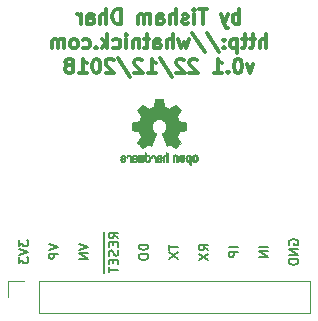
<source format=gbo>
G04 #@! TF.GenerationSoftware,KiCad,Pcbnew,(2018-02-15 revision 29b28de31)-makepkg*
G04 #@! TF.CreationDate,2018-12-22T18:26:04+03:00*
G04 #@! TF.ProjectId,CS5490_Breakout,4353353439305F427265616B6F75742E,rev?*
G04 #@! TF.SameCoordinates,Original*
G04 #@! TF.FileFunction,Legend,Bot*
G04 #@! TF.FilePolarity,Positive*
%FSLAX46Y46*%
G04 Gerber Fmt 4.6, Leading zero omitted, Abs format (unit mm)*
G04 Created by KiCad (PCBNEW (2018-02-15 revision 29b28de31)-makepkg) date 12/22/18 18:26:04*
%MOMM*%
%LPD*%
G01*
G04 APERTURE LIST*
%ADD10C,0.300000*%
%ADD11C,0.200000*%
%ADD12C,0.010000*%
%ADD13C,0.120000*%
G04 APERTURE END LIST*
D10*
X157930000Y-100042857D02*
X157930000Y-98842857D01*
X157930000Y-99300000D02*
X157815714Y-99242857D01*
X157587142Y-99242857D01*
X157472857Y-99300000D01*
X157415714Y-99357142D01*
X157358571Y-99471428D01*
X157358571Y-99814285D01*
X157415714Y-99928571D01*
X157472857Y-99985714D01*
X157587142Y-100042857D01*
X157815714Y-100042857D01*
X157930000Y-99985714D01*
X156958571Y-99242857D02*
X156672857Y-100042857D01*
X156387142Y-99242857D02*
X156672857Y-100042857D01*
X156787142Y-100328571D01*
X156844285Y-100385714D01*
X156958571Y-100442857D01*
X155187142Y-98842857D02*
X154501428Y-98842857D01*
X154844285Y-100042857D02*
X154844285Y-98842857D01*
X154101428Y-100042857D02*
X154101428Y-99242857D01*
X154101428Y-98842857D02*
X154158571Y-98900000D01*
X154101428Y-98957142D01*
X154044285Y-98900000D01*
X154101428Y-98842857D01*
X154101428Y-98957142D01*
X153587142Y-99985714D02*
X153472857Y-100042857D01*
X153244285Y-100042857D01*
X153130000Y-99985714D01*
X153072857Y-99871428D01*
X153072857Y-99814285D01*
X153130000Y-99700000D01*
X153244285Y-99642857D01*
X153415714Y-99642857D01*
X153530000Y-99585714D01*
X153587142Y-99471428D01*
X153587142Y-99414285D01*
X153530000Y-99300000D01*
X153415714Y-99242857D01*
X153244285Y-99242857D01*
X153130000Y-99300000D01*
X152558571Y-100042857D02*
X152558571Y-98842857D01*
X152044285Y-100042857D02*
X152044285Y-99414285D01*
X152101428Y-99300000D01*
X152215714Y-99242857D01*
X152387142Y-99242857D01*
X152501428Y-99300000D01*
X152558571Y-99357142D01*
X150958571Y-100042857D02*
X150958571Y-99414285D01*
X151015714Y-99300000D01*
X151130000Y-99242857D01*
X151358571Y-99242857D01*
X151472857Y-99300000D01*
X150958571Y-99985714D02*
X151072857Y-100042857D01*
X151358571Y-100042857D01*
X151472857Y-99985714D01*
X151530000Y-99871428D01*
X151530000Y-99757142D01*
X151472857Y-99642857D01*
X151358571Y-99585714D01*
X151072857Y-99585714D01*
X150958571Y-99528571D01*
X150387142Y-100042857D02*
X150387142Y-99242857D01*
X150387142Y-99357142D02*
X150330000Y-99300000D01*
X150215714Y-99242857D01*
X150044285Y-99242857D01*
X149930000Y-99300000D01*
X149872857Y-99414285D01*
X149872857Y-100042857D01*
X149872857Y-99414285D02*
X149815714Y-99300000D01*
X149701428Y-99242857D01*
X149530000Y-99242857D01*
X149415714Y-99300000D01*
X149358571Y-99414285D01*
X149358571Y-100042857D01*
X147872857Y-100042857D02*
X147872857Y-98842857D01*
X147587142Y-98842857D01*
X147415714Y-98900000D01*
X147301428Y-99014285D01*
X147244285Y-99128571D01*
X147187142Y-99357142D01*
X147187142Y-99528571D01*
X147244285Y-99757142D01*
X147301428Y-99871428D01*
X147415714Y-99985714D01*
X147587142Y-100042857D01*
X147872857Y-100042857D01*
X146672857Y-100042857D02*
X146672857Y-98842857D01*
X146158571Y-100042857D02*
X146158571Y-99414285D01*
X146215714Y-99300000D01*
X146330000Y-99242857D01*
X146501428Y-99242857D01*
X146615714Y-99300000D01*
X146672857Y-99357142D01*
X145072857Y-100042857D02*
X145072857Y-99414285D01*
X145130000Y-99300000D01*
X145244285Y-99242857D01*
X145472857Y-99242857D01*
X145587142Y-99300000D01*
X145072857Y-99985714D02*
X145187142Y-100042857D01*
X145472857Y-100042857D01*
X145587142Y-99985714D01*
X145644285Y-99871428D01*
X145644285Y-99757142D01*
X145587142Y-99642857D01*
X145472857Y-99585714D01*
X145187142Y-99585714D01*
X145072857Y-99528571D01*
X144501428Y-100042857D02*
X144501428Y-99242857D01*
X144501428Y-99471428D02*
X144444285Y-99357142D01*
X144387142Y-99300000D01*
X144272857Y-99242857D01*
X144158571Y-99242857D01*
X160187142Y-102142857D02*
X160187142Y-100942857D01*
X159672857Y-102142857D02*
X159672857Y-101514285D01*
X159730000Y-101400000D01*
X159844285Y-101342857D01*
X160015714Y-101342857D01*
X160130000Y-101400000D01*
X160187142Y-101457142D01*
X159272857Y-101342857D02*
X158815714Y-101342857D01*
X159101428Y-100942857D02*
X159101428Y-101971428D01*
X159044285Y-102085714D01*
X158930000Y-102142857D01*
X158815714Y-102142857D01*
X158587142Y-101342857D02*
X158130000Y-101342857D01*
X158415714Y-100942857D02*
X158415714Y-101971428D01*
X158358571Y-102085714D01*
X158244285Y-102142857D01*
X158130000Y-102142857D01*
X157730000Y-101342857D02*
X157730000Y-102542857D01*
X157730000Y-101400000D02*
X157615714Y-101342857D01*
X157387142Y-101342857D01*
X157272857Y-101400000D01*
X157215714Y-101457142D01*
X157158571Y-101571428D01*
X157158571Y-101914285D01*
X157215714Y-102028571D01*
X157272857Y-102085714D01*
X157387142Y-102142857D01*
X157615714Y-102142857D01*
X157730000Y-102085714D01*
X156644285Y-102028571D02*
X156587142Y-102085714D01*
X156644285Y-102142857D01*
X156701428Y-102085714D01*
X156644285Y-102028571D01*
X156644285Y-102142857D01*
X156644285Y-101400000D02*
X156587142Y-101457142D01*
X156644285Y-101514285D01*
X156701428Y-101457142D01*
X156644285Y-101400000D01*
X156644285Y-101514285D01*
X155215714Y-100885714D02*
X156244285Y-102428571D01*
X153958571Y-100885714D02*
X154987142Y-102428571D01*
X153672857Y-101342857D02*
X153444285Y-102142857D01*
X153215714Y-101571428D01*
X152987142Y-102142857D01*
X152758571Y-101342857D01*
X152301428Y-102142857D02*
X152301428Y-100942857D01*
X151787142Y-102142857D02*
X151787142Y-101514285D01*
X151844285Y-101400000D01*
X151958571Y-101342857D01*
X152130000Y-101342857D01*
X152244285Y-101400000D01*
X152301428Y-101457142D01*
X150701428Y-102142857D02*
X150701428Y-101514285D01*
X150758571Y-101400000D01*
X150872857Y-101342857D01*
X151101428Y-101342857D01*
X151215714Y-101400000D01*
X150701428Y-102085714D02*
X150815714Y-102142857D01*
X151101428Y-102142857D01*
X151215714Y-102085714D01*
X151272857Y-101971428D01*
X151272857Y-101857142D01*
X151215714Y-101742857D01*
X151101428Y-101685714D01*
X150815714Y-101685714D01*
X150701428Y-101628571D01*
X150301428Y-101342857D02*
X149844285Y-101342857D01*
X150130000Y-100942857D02*
X150130000Y-101971428D01*
X150072857Y-102085714D01*
X149958571Y-102142857D01*
X149844285Y-102142857D01*
X149444285Y-101342857D02*
X149444285Y-102142857D01*
X149444285Y-101457142D02*
X149387142Y-101400000D01*
X149272857Y-101342857D01*
X149101428Y-101342857D01*
X148987142Y-101400000D01*
X148930000Y-101514285D01*
X148930000Y-102142857D01*
X148358571Y-102142857D02*
X148358571Y-101342857D01*
X148358571Y-100942857D02*
X148415714Y-101000000D01*
X148358571Y-101057142D01*
X148301428Y-101000000D01*
X148358571Y-100942857D01*
X148358571Y-101057142D01*
X147272857Y-102085714D02*
X147387142Y-102142857D01*
X147615714Y-102142857D01*
X147730000Y-102085714D01*
X147787142Y-102028571D01*
X147844285Y-101914285D01*
X147844285Y-101571428D01*
X147787142Y-101457142D01*
X147730000Y-101400000D01*
X147615714Y-101342857D01*
X147387142Y-101342857D01*
X147272857Y-101400000D01*
X146758571Y-102142857D02*
X146758571Y-100942857D01*
X146644285Y-101685714D02*
X146301428Y-102142857D01*
X146301428Y-101342857D02*
X146758571Y-101800000D01*
X145787142Y-102028571D02*
X145730000Y-102085714D01*
X145787142Y-102142857D01*
X145844285Y-102085714D01*
X145787142Y-102028571D01*
X145787142Y-102142857D01*
X144701428Y-102085714D02*
X144815714Y-102142857D01*
X145044285Y-102142857D01*
X145158571Y-102085714D01*
X145215714Y-102028571D01*
X145272857Y-101914285D01*
X145272857Y-101571428D01*
X145215714Y-101457142D01*
X145158571Y-101400000D01*
X145044285Y-101342857D01*
X144815714Y-101342857D01*
X144701428Y-101400000D01*
X144015714Y-102142857D02*
X144130000Y-102085714D01*
X144187142Y-102028571D01*
X144244285Y-101914285D01*
X144244285Y-101571428D01*
X144187142Y-101457142D01*
X144130000Y-101400000D01*
X144015714Y-101342857D01*
X143844285Y-101342857D01*
X143730000Y-101400000D01*
X143672857Y-101457142D01*
X143615714Y-101571428D01*
X143615714Y-101914285D01*
X143672857Y-102028571D01*
X143730000Y-102085714D01*
X143844285Y-102142857D01*
X144015714Y-102142857D01*
X143101428Y-102142857D02*
X143101428Y-101342857D01*
X143101428Y-101457142D02*
X143044285Y-101400000D01*
X142930000Y-101342857D01*
X142758571Y-101342857D01*
X142644285Y-101400000D01*
X142587142Y-101514285D01*
X142587142Y-102142857D01*
X142587142Y-101514285D02*
X142530000Y-101400000D01*
X142415714Y-101342857D01*
X142244285Y-101342857D01*
X142130000Y-101400000D01*
X142072857Y-101514285D01*
X142072857Y-102142857D01*
X159130000Y-103442857D02*
X158844285Y-104242857D01*
X158558571Y-103442857D01*
X157872857Y-103042857D02*
X157758571Y-103042857D01*
X157644285Y-103100000D01*
X157587142Y-103157142D01*
X157530000Y-103271428D01*
X157472857Y-103500000D01*
X157472857Y-103785714D01*
X157530000Y-104014285D01*
X157587142Y-104128571D01*
X157644285Y-104185714D01*
X157758571Y-104242857D01*
X157872857Y-104242857D01*
X157987142Y-104185714D01*
X158044285Y-104128571D01*
X158101428Y-104014285D01*
X158158571Y-103785714D01*
X158158571Y-103500000D01*
X158101428Y-103271428D01*
X158044285Y-103157142D01*
X157987142Y-103100000D01*
X157872857Y-103042857D01*
X156958571Y-104128571D02*
X156901428Y-104185714D01*
X156958571Y-104242857D01*
X157015714Y-104185714D01*
X156958571Y-104128571D01*
X156958571Y-104242857D01*
X155758571Y-104242857D02*
X156444285Y-104242857D01*
X156101428Y-104242857D02*
X156101428Y-103042857D01*
X156215714Y-103214285D01*
X156330000Y-103328571D01*
X156444285Y-103385714D01*
X154387142Y-103157142D02*
X154330000Y-103100000D01*
X154215714Y-103042857D01*
X153930000Y-103042857D01*
X153815714Y-103100000D01*
X153758571Y-103157142D01*
X153701428Y-103271428D01*
X153701428Y-103385714D01*
X153758571Y-103557142D01*
X154444285Y-104242857D01*
X153701428Y-104242857D01*
X153244285Y-103157142D02*
X153187142Y-103100000D01*
X153072857Y-103042857D01*
X152787142Y-103042857D01*
X152672857Y-103100000D01*
X152615714Y-103157142D01*
X152558571Y-103271428D01*
X152558571Y-103385714D01*
X152615714Y-103557142D01*
X153301428Y-104242857D01*
X152558571Y-104242857D01*
X151187142Y-102985714D02*
X152215714Y-104528571D01*
X150158571Y-104242857D02*
X150844285Y-104242857D01*
X150501428Y-104242857D02*
X150501428Y-103042857D01*
X150615714Y-103214285D01*
X150730000Y-103328571D01*
X150844285Y-103385714D01*
X149701428Y-103157142D02*
X149644285Y-103100000D01*
X149530000Y-103042857D01*
X149244285Y-103042857D01*
X149130000Y-103100000D01*
X149072857Y-103157142D01*
X149015714Y-103271428D01*
X149015714Y-103385714D01*
X149072857Y-103557142D01*
X149758571Y-104242857D01*
X149015714Y-104242857D01*
X147644285Y-102985714D02*
X148672857Y-104528571D01*
X147301428Y-103157142D02*
X147244285Y-103100000D01*
X147130000Y-103042857D01*
X146844285Y-103042857D01*
X146730000Y-103100000D01*
X146672857Y-103157142D01*
X146615714Y-103271428D01*
X146615714Y-103385714D01*
X146672857Y-103557142D01*
X147358571Y-104242857D01*
X146615714Y-104242857D01*
X145872857Y-103042857D02*
X145758571Y-103042857D01*
X145644285Y-103100000D01*
X145587142Y-103157142D01*
X145530000Y-103271428D01*
X145472857Y-103500000D01*
X145472857Y-103785714D01*
X145530000Y-104014285D01*
X145587142Y-104128571D01*
X145644285Y-104185714D01*
X145758571Y-104242857D01*
X145872857Y-104242857D01*
X145987142Y-104185714D01*
X146044285Y-104128571D01*
X146101428Y-104014285D01*
X146158571Y-103785714D01*
X146158571Y-103500000D01*
X146101428Y-103271428D01*
X146044285Y-103157142D01*
X145987142Y-103100000D01*
X145872857Y-103042857D01*
X144330000Y-104242857D02*
X145015714Y-104242857D01*
X144672857Y-104242857D02*
X144672857Y-103042857D01*
X144787142Y-103214285D01*
X144901428Y-103328571D01*
X145015714Y-103385714D01*
X143644285Y-103557142D02*
X143758571Y-103500000D01*
X143815714Y-103442857D01*
X143872857Y-103328571D01*
X143872857Y-103271428D01*
X143815714Y-103157142D01*
X143758571Y-103100000D01*
X143644285Y-103042857D01*
X143415714Y-103042857D01*
X143301428Y-103100000D01*
X143244285Y-103157142D01*
X143187142Y-103271428D01*
X143187142Y-103328571D01*
X143244285Y-103442857D01*
X143301428Y-103500000D01*
X143415714Y-103557142D01*
X143644285Y-103557142D01*
X143758571Y-103614285D01*
X143815714Y-103671428D01*
X143872857Y-103785714D01*
X143872857Y-104014285D01*
X143815714Y-104128571D01*
X143758571Y-104185714D01*
X143644285Y-104242857D01*
X143415714Y-104242857D01*
X143301428Y-104185714D01*
X143244285Y-104128571D01*
X143187142Y-104014285D01*
X143187142Y-103785714D01*
X143244285Y-103671428D01*
X143301428Y-103614285D01*
X143415714Y-103557142D01*
D11*
X162160000Y-118770476D02*
X162121904Y-118694285D01*
X162121904Y-118580000D01*
X162160000Y-118465714D01*
X162236190Y-118389523D01*
X162312380Y-118351428D01*
X162464761Y-118313333D01*
X162579047Y-118313333D01*
X162731428Y-118351428D01*
X162807619Y-118389523D01*
X162883809Y-118465714D01*
X162921904Y-118580000D01*
X162921904Y-118656190D01*
X162883809Y-118770476D01*
X162845714Y-118808571D01*
X162579047Y-118808571D01*
X162579047Y-118656190D01*
X162921904Y-119151428D02*
X162121904Y-119151428D01*
X162921904Y-119608571D01*
X162121904Y-119608571D01*
X162921904Y-119989523D02*
X162121904Y-119989523D01*
X162121904Y-120180000D01*
X162160000Y-120294285D01*
X162236190Y-120370476D01*
X162312380Y-120408571D01*
X162464761Y-120446666D01*
X162579047Y-120446666D01*
X162731428Y-120408571D01*
X162807619Y-120370476D01*
X162883809Y-120294285D01*
X162921904Y-120180000D01*
X162921904Y-119989523D01*
X160381904Y-118960952D02*
X159581904Y-118960952D01*
X160381904Y-119341904D02*
X159581904Y-119341904D01*
X160381904Y-119799047D01*
X159581904Y-119799047D01*
X157841904Y-118980000D02*
X157041904Y-118980000D01*
X157841904Y-119360952D02*
X157041904Y-119360952D01*
X157041904Y-119665714D01*
X157080000Y-119741904D01*
X157118095Y-119780000D01*
X157194285Y-119818095D01*
X157308571Y-119818095D01*
X157384761Y-119780000D01*
X157422857Y-119741904D01*
X157460952Y-119665714D01*
X157460952Y-119360952D01*
X155301904Y-119246666D02*
X154920952Y-118980000D01*
X155301904Y-118789523D02*
X154501904Y-118789523D01*
X154501904Y-119094285D01*
X154540000Y-119170476D01*
X154578095Y-119208571D01*
X154654285Y-119246666D01*
X154768571Y-119246666D01*
X154844761Y-119208571D01*
X154882857Y-119170476D01*
X154920952Y-119094285D01*
X154920952Y-118789523D01*
X154501904Y-119513333D02*
X155301904Y-120046666D01*
X154501904Y-120046666D02*
X155301904Y-119513333D01*
X151961904Y-118770476D02*
X151961904Y-119227619D01*
X152761904Y-118999047D02*
X151961904Y-118999047D01*
X151961904Y-119418095D02*
X152761904Y-119951428D01*
X151961904Y-119951428D02*
X152761904Y-119418095D01*
X150221904Y-118751428D02*
X149421904Y-118751428D01*
X149421904Y-118941904D01*
X149460000Y-119056190D01*
X149536190Y-119132380D01*
X149612380Y-119170476D01*
X149764761Y-119208571D01*
X149879047Y-119208571D01*
X150031428Y-119170476D01*
X150107619Y-119132380D01*
X150183809Y-119056190D01*
X150221904Y-118941904D01*
X150221904Y-118751428D01*
X149421904Y-119703809D02*
X149421904Y-119856190D01*
X149460000Y-119932380D01*
X149536190Y-120008571D01*
X149688571Y-120046666D01*
X149955238Y-120046666D01*
X150107619Y-120008571D01*
X150183809Y-119932380D01*
X150221904Y-119856190D01*
X150221904Y-119703809D01*
X150183809Y-119627619D01*
X150107619Y-119551428D01*
X149955238Y-119513333D01*
X149688571Y-119513333D01*
X149536190Y-119551428D01*
X149460000Y-119627619D01*
X149421904Y-119703809D01*
X146484000Y-117724976D02*
X146484000Y-118370476D01*
X147681904Y-118218095D02*
X147300952Y-117951428D01*
X147681904Y-117760952D02*
X146881904Y-117760952D01*
X146881904Y-118065714D01*
X146920000Y-118141904D01*
X146958095Y-118180000D01*
X147034285Y-118218095D01*
X147148571Y-118218095D01*
X147224761Y-118180000D01*
X147262857Y-118141904D01*
X147300952Y-118065714D01*
X147300952Y-117760952D01*
X146484000Y-118370476D02*
X146484000Y-119094285D01*
X147262857Y-118560952D02*
X147262857Y-118827619D01*
X147681904Y-118941904D02*
X147681904Y-118560952D01*
X146881904Y-118560952D01*
X146881904Y-118941904D01*
X146484000Y-119094285D02*
X146484000Y-119856190D01*
X147643809Y-119246666D02*
X147681904Y-119360952D01*
X147681904Y-119551428D01*
X147643809Y-119627619D01*
X147605714Y-119665714D01*
X147529523Y-119703809D01*
X147453333Y-119703809D01*
X147377142Y-119665714D01*
X147339047Y-119627619D01*
X147300952Y-119551428D01*
X147262857Y-119399047D01*
X147224761Y-119322857D01*
X147186666Y-119284761D01*
X147110476Y-119246666D01*
X147034285Y-119246666D01*
X146958095Y-119284761D01*
X146920000Y-119322857D01*
X146881904Y-119399047D01*
X146881904Y-119589523D01*
X146920000Y-119703809D01*
X146484000Y-119856190D02*
X146484000Y-120580000D01*
X147262857Y-120046666D02*
X147262857Y-120313333D01*
X147681904Y-120427619D02*
X147681904Y-120046666D01*
X146881904Y-120046666D01*
X146881904Y-120427619D01*
X146484000Y-120580000D02*
X146484000Y-121189523D01*
X146881904Y-120656190D02*
X146881904Y-121113333D01*
X147681904Y-120884761D02*
X146881904Y-120884761D01*
X144341904Y-118694285D02*
X145141904Y-118960952D01*
X144341904Y-119227619D01*
X145141904Y-119494285D02*
X144341904Y-119494285D01*
X145141904Y-119951428D01*
X144341904Y-119951428D01*
X141801904Y-118713333D02*
X142601904Y-118980000D01*
X141801904Y-119246666D01*
X142601904Y-119513333D02*
X141801904Y-119513333D01*
X141801904Y-119818095D01*
X141840000Y-119894285D01*
X141878095Y-119932380D01*
X141954285Y-119970476D01*
X142068571Y-119970476D01*
X142144761Y-119932380D01*
X142182857Y-119894285D01*
X142220952Y-119818095D01*
X142220952Y-119513333D01*
X139261904Y-118389523D02*
X139261904Y-118884761D01*
X139566666Y-118618095D01*
X139566666Y-118732380D01*
X139604761Y-118808571D01*
X139642857Y-118846666D01*
X139719047Y-118884761D01*
X139909523Y-118884761D01*
X139985714Y-118846666D01*
X140023809Y-118808571D01*
X140061904Y-118732380D01*
X140061904Y-118503809D01*
X140023809Y-118427619D01*
X139985714Y-118389523D01*
X139261904Y-119113333D02*
X140061904Y-119380000D01*
X139261904Y-119646666D01*
X139261904Y-119837142D02*
X139261904Y-120332380D01*
X139566666Y-120065714D01*
X139566666Y-120180000D01*
X139604761Y-120256190D01*
X139642857Y-120294285D01*
X139719047Y-120332380D01*
X139909523Y-120332380D01*
X139985714Y-120294285D01*
X140023809Y-120256190D01*
X140061904Y-120180000D01*
X140061904Y-119951428D01*
X140023809Y-119875238D01*
X139985714Y-119837142D01*
D12*
G36*
X153530256Y-111139918D02*
X153474799Y-111167568D01*
X153425852Y-111218480D01*
X153412371Y-111237338D01*
X153397686Y-111262015D01*
X153388158Y-111288816D01*
X153382707Y-111324587D01*
X153380253Y-111376169D01*
X153379714Y-111444267D01*
X153382148Y-111537588D01*
X153390606Y-111607657D01*
X153406826Y-111659931D01*
X153432546Y-111699869D01*
X153469503Y-111732929D01*
X153472218Y-111734886D01*
X153508640Y-111754908D01*
X153552498Y-111764815D01*
X153608276Y-111767257D01*
X153698952Y-111767257D01*
X153698990Y-111855283D01*
X153699834Y-111904308D01*
X153704976Y-111933065D01*
X153718413Y-111950311D01*
X153744142Y-111964808D01*
X153750321Y-111967769D01*
X153779236Y-111981648D01*
X153801624Y-111990414D01*
X153818271Y-111991171D01*
X153829964Y-111981023D01*
X153837490Y-111957073D01*
X153841634Y-111916426D01*
X153843185Y-111856186D01*
X153842929Y-111773455D01*
X153841651Y-111665339D01*
X153841252Y-111633000D01*
X153839815Y-111521524D01*
X153838528Y-111448603D01*
X153699029Y-111448603D01*
X153698245Y-111510499D01*
X153694760Y-111550997D01*
X153686876Y-111577708D01*
X153672895Y-111598244D01*
X153663403Y-111608260D01*
X153624596Y-111637567D01*
X153590237Y-111639952D01*
X153554784Y-111615750D01*
X153553886Y-111614857D01*
X153539461Y-111596153D01*
X153530687Y-111570732D01*
X153526261Y-111531584D01*
X153524882Y-111471697D01*
X153524857Y-111458430D01*
X153528188Y-111375901D01*
X153539031Y-111318691D01*
X153558660Y-111283766D01*
X153588350Y-111268094D01*
X153605509Y-111266514D01*
X153646234Y-111273926D01*
X153674168Y-111298330D01*
X153690983Y-111342980D01*
X153698350Y-111411130D01*
X153699029Y-111448603D01*
X153838528Y-111448603D01*
X153838292Y-111435245D01*
X153836323Y-111370333D01*
X153833550Y-111322958D01*
X153829612Y-111289290D01*
X153824151Y-111265498D01*
X153816808Y-111247753D01*
X153807223Y-111232224D01*
X153803113Y-111226381D01*
X153748595Y-111171185D01*
X153679664Y-111139890D01*
X153599928Y-111131165D01*
X153530256Y-111139918D01*
X153530256Y-111139918D01*
G37*
X153530256Y-111139918D02*
X153474799Y-111167568D01*
X153425852Y-111218480D01*
X153412371Y-111237338D01*
X153397686Y-111262015D01*
X153388158Y-111288816D01*
X153382707Y-111324587D01*
X153380253Y-111376169D01*
X153379714Y-111444267D01*
X153382148Y-111537588D01*
X153390606Y-111607657D01*
X153406826Y-111659931D01*
X153432546Y-111699869D01*
X153469503Y-111732929D01*
X153472218Y-111734886D01*
X153508640Y-111754908D01*
X153552498Y-111764815D01*
X153608276Y-111767257D01*
X153698952Y-111767257D01*
X153698990Y-111855283D01*
X153699834Y-111904308D01*
X153704976Y-111933065D01*
X153718413Y-111950311D01*
X153744142Y-111964808D01*
X153750321Y-111967769D01*
X153779236Y-111981648D01*
X153801624Y-111990414D01*
X153818271Y-111991171D01*
X153829964Y-111981023D01*
X153837490Y-111957073D01*
X153841634Y-111916426D01*
X153843185Y-111856186D01*
X153842929Y-111773455D01*
X153841651Y-111665339D01*
X153841252Y-111633000D01*
X153839815Y-111521524D01*
X153838528Y-111448603D01*
X153699029Y-111448603D01*
X153698245Y-111510499D01*
X153694760Y-111550997D01*
X153686876Y-111577708D01*
X153672895Y-111598244D01*
X153663403Y-111608260D01*
X153624596Y-111637567D01*
X153590237Y-111639952D01*
X153554784Y-111615750D01*
X153553886Y-111614857D01*
X153539461Y-111596153D01*
X153530687Y-111570732D01*
X153526261Y-111531584D01*
X153524882Y-111471697D01*
X153524857Y-111458430D01*
X153528188Y-111375901D01*
X153539031Y-111318691D01*
X153558660Y-111283766D01*
X153588350Y-111268094D01*
X153605509Y-111266514D01*
X153646234Y-111273926D01*
X153674168Y-111298330D01*
X153690983Y-111342980D01*
X153698350Y-111411130D01*
X153699029Y-111448603D01*
X153838528Y-111448603D01*
X153838292Y-111435245D01*
X153836323Y-111370333D01*
X153833550Y-111322958D01*
X153829612Y-111289290D01*
X153824151Y-111265498D01*
X153816808Y-111247753D01*
X153807223Y-111232224D01*
X153803113Y-111226381D01*
X153748595Y-111171185D01*
X153679664Y-111139890D01*
X153599928Y-111131165D01*
X153530256Y-111139918D01*
G36*
X152413907Y-111147780D02*
X152367328Y-111174723D01*
X152334943Y-111201466D01*
X152311258Y-111229484D01*
X152294941Y-111263748D01*
X152284661Y-111309227D01*
X152279086Y-111370892D01*
X152276884Y-111453711D01*
X152276629Y-111513246D01*
X152276629Y-111732391D01*
X152338314Y-111760044D01*
X152400000Y-111787697D01*
X152407257Y-111547670D01*
X152410256Y-111458028D01*
X152413402Y-111392962D01*
X152417299Y-111348026D01*
X152422553Y-111318770D01*
X152429769Y-111300748D01*
X152439550Y-111289511D01*
X152442688Y-111287079D01*
X152490239Y-111268083D01*
X152538303Y-111275600D01*
X152566914Y-111295543D01*
X152578553Y-111309675D01*
X152586609Y-111328220D01*
X152591729Y-111356334D01*
X152594559Y-111399173D01*
X152595744Y-111461895D01*
X152595943Y-111527261D01*
X152595982Y-111609268D01*
X152597386Y-111667316D01*
X152602086Y-111706465D01*
X152612013Y-111731780D01*
X152629097Y-111748323D01*
X152655268Y-111761156D01*
X152690225Y-111774491D01*
X152728404Y-111789007D01*
X152723859Y-111531389D01*
X152722029Y-111438519D01*
X152719888Y-111369889D01*
X152716819Y-111320711D01*
X152712206Y-111286198D01*
X152705432Y-111261562D01*
X152695881Y-111242016D01*
X152684366Y-111224770D01*
X152628810Y-111169680D01*
X152561020Y-111137822D01*
X152487287Y-111130191D01*
X152413907Y-111147780D01*
X152413907Y-111147780D01*
G37*
X152413907Y-111147780D02*
X152367328Y-111174723D01*
X152334943Y-111201466D01*
X152311258Y-111229484D01*
X152294941Y-111263748D01*
X152284661Y-111309227D01*
X152279086Y-111370892D01*
X152276884Y-111453711D01*
X152276629Y-111513246D01*
X152276629Y-111732391D01*
X152338314Y-111760044D01*
X152400000Y-111787697D01*
X152407257Y-111547670D01*
X152410256Y-111458028D01*
X152413402Y-111392962D01*
X152417299Y-111348026D01*
X152422553Y-111318770D01*
X152429769Y-111300748D01*
X152439550Y-111289511D01*
X152442688Y-111287079D01*
X152490239Y-111268083D01*
X152538303Y-111275600D01*
X152566914Y-111295543D01*
X152578553Y-111309675D01*
X152586609Y-111328220D01*
X152591729Y-111356334D01*
X152594559Y-111399173D01*
X152595744Y-111461895D01*
X152595943Y-111527261D01*
X152595982Y-111609268D01*
X152597386Y-111667316D01*
X152602086Y-111706465D01*
X152612013Y-111731780D01*
X152629097Y-111748323D01*
X152655268Y-111761156D01*
X152690225Y-111774491D01*
X152728404Y-111789007D01*
X152723859Y-111531389D01*
X152722029Y-111438519D01*
X152719888Y-111369889D01*
X152716819Y-111320711D01*
X152712206Y-111286198D01*
X152705432Y-111261562D01*
X152695881Y-111242016D01*
X152684366Y-111224770D01*
X152628810Y-111169680D01*
X152561020Y-111137822D01*
X152487287Y-111130191D01*
X152413907Y-111147780D01*
G36*
X154088885Y-111141962D02*
X154020855Y-111177733D01*
X153970649Y-111235301D01*
X153952815Y-111272312D01*
X153938937Y-111327882D01*
X153931833Y-111398096D01*
X153931160Y-111474727D01*
X153936573Y-111549552D01*
X153947730Y-111614342D01*
X153964286Y-111660873D01*
X153969374Y-111668887D01*
X154029645Y-111728707D01*
X154101231Y-111764535D01*
X154178908Y-111775020D01*
X154257452Y-111758810D01*
X154279311Y-111749092D01*
X154321878Y-111719143D01*
X154359237Y-111679433D01*
X154362768Y-111674397D01*
X154377119Y-111650124D01*
X154386606Y-111624178D01*
X154392210Y-111590022D01*
X154394914Y-111541119D01*
X154395701Y-111470935D01*
X154395714Y-111455200D01*
X154395678Y-111450192D01*
X154250571Y-111450192D01*
X154249727Y-111516430D01*
X154246404Y-111560386D01*
X154239417Y-111588779D01*
X154227584Y-111608325D01*
X154221543Y-111614857D01*
X154186814Y-111639680D01*
X154153097Y-111638548D01*
X154119005Y-111617016D01*
X154098671Y-111594029D01*
X154086629Y-111560478D01*
X154079866Y-111507569D01*
X154079402Y-111501399D01*
X154078248Y-111405513D01*
X154090312Y-111334299D01*
X154115430Y-111288194D01*
X154153440Y-111267635D01*
X154167008Y-111266514D01*
X154202636Y-111272152D01*
X154227006Y-111291686D01*
X154241907Y-111329042D01*
X154249125Y-111388150D01*
X154250571Y-111450192D01*
X154395678Y-111450192D01*
X154395174Y-111380413D01*
X154392904Y-111328159D01*
X154387932Y-111291949D01*
X154379287Y-111265299D01*
X154365995Y-111241722D01*
X154363057Y-111237338D01*
X154313687Y-111178249D01*
X154259891Y-111143947D01*
X154194398Y-111130331D01*
X154172158Y-111129665D01*
X154088885Y-111141962D01*
X154088885Y-111141962D01*
G37*
X154088885Y-111141962D02*
X154020855Y-111177733D01*
X153970649Y-111235301D01*
X153952815Y-111272312D01*
X153938937Y-111327882D01*
X153931833Y-111398096D01*
X153931160Y-111474727D01*
X153936573Y-111549552D01*
X153947730Y-111614342D01*
X153964286Y-111660873D01*
X153969374Y-111668887D01*
X154029645Y-111728707D01*
X154101231Y-111764535D01*
X154178908Y-111775020D01*
X154257452Y-111758810D01*
X154279311Y-111749092D01*
X154321878Y-111719143D01*
X154359237Y-111679433D01*
X154362768Y-111674397D01*
X154377119Y-111650124D01*
X154386606Y-111624178D01*
X154392210Y-111590022D01*
X154394914Y-111541119D01*
X154395701Y-111470935D01*
X154395714Y-111455200D01*
X154395678Y-111450192D01*
X154250571Y-111450192D01*
X154249727Y-111516430D01*
X154246404Y-111560386D01*
X154239417Y-111588779D01*
X154227584Y-111608325D01*
X154221543Y-111614857D01*
X154186814Y-111639680D01*
X154153097Y-111638548D01*
X154119005Y-111617016D01*
X154098671Y-111594029D01*
X154086629Y-111560478D01*
X154079866Y-111507569D01*
X154079402Y-111501399D01*
X154078248Y-111405513D01*
X154090312Y-111334299D01*
X154115430Y-111288194D01*
X154153440Y-111267635D01*
X154167008Y-111266514D01*
X154202636Y-111272152D01*
X154227006Y-111291686D01*
X154241907Y-111329042D01*
X154249125Y-111388150D01*
X154250571Y-111450192D01*
X154395678Y-111450192D01*
X154395174Y-111380413D01*
X154392904Y-111328159D01*
X154387932Y-111291949D01*
X154379287Y-111265299D01*
X154365995Y-111241722D01*
X154363057Y-111237338D01*
X154313687Y-111178249D01*
X154259891Y-111143947D01*
X154194398Y-111130331D01*
X154172158Y-111129665D01*
X154088885Y-111141962D01*
G36*
X152961697Y-111151239D02*
X152904473Y-111189735D01*
X152860251Y-111245335D01*
X152833833Y-111316086D01*
X152828490Y-111368162D01*
X152829097Y-111389893D01*
X152834178Y-111406531D01*
X152848145Y-111421437D01*
X152875411Y-111437973D01*
X152920388Y-111459498D01*
X152987489Y-111489374D01*
X152987829Y-111489524D01*
X153049593Y-111517813D01*
X153100241Y-111542933D01*
X153134596Y-111562179D01*
X153147482Y-111572848D01*
X153147486Y-111572934D01*
X153136128Y-111596166D01*
X153109569Y-111621774D01*
X153079077Y-111640221D01*
X153063630Y-111643886D01*
X153021485Y-111631212D01*
X152985192Y-111599471D01*
X152967483Y-111564572D01*
X152950448Y-111538845D01*
X152917078Y-111509546D01*
X152877851Y-111484235D01*
X152843244Y-111470471D01*
X152836007Y-111469714D01*
X152827861Y-111482160D01*
X152827370Y-111513972D01*
X152833357Y-111556866D01*
X152844643Y-111602558D01*
X152860050Y-111642761D01*
X152860829Y-111644322D01*
X152907196Y-111709062D01*
X152967289Y-111753097D01*
X153035535Y-111774711D01*
X153106362Y-111772185D01*
X153174196Y-111743804D01*
X153177212Y-111741808D01*
X153230573Y-111693448D01*
X153265660Y-111630352D01*
X153285078Y-111547387D01*
X153287684Y-111524078D01*
X153292299Y-111414055D01*
X153286767Y-111362748D01*
X153147486Y-111362748D01*
X153145676Y-111394753D01*
X153135778Y-111404093D01*
X153111102Y-111397105D01*
X153072205Y-111380587D01*
X153028725Y-111359881D01*
X153027644Y-111359333D01*
X152990791Y-111339949D01*
X152976000Y-111327013D01*
X152979647Y-111313451D01*
X152995005Y-111295632D01*
X153034077Y-111269845D01*
X153076154Y-111267950D01*
X153113897Y-111286717D01*
X153139966Y-111322915D01*
X153147486Y-111362748D01*
X153286767Y-111362748D01*
X153282806Y-111326027D01*
X153258450Y-111256212D01*
X153224544Y-111207302D01*
X153163347Y-111157878D01*
X153095937Y-111133359D01*
X153027120Y-111131797D01*
X152961697Y-111151239D01*
X152961697Y-111151239D01*
G37*
X152961697Y-111151239D02*
X152904473Y-111189735D01*
X152860251Y-111245335D01*
X152833833Y-111316086D01*
X152828490Y-111368162D01*
X152829097Y-111389893D01*
X152834178Y-111406531D01*
X152848145Y-111421437D01*
X152875411Y-111437973D01*
X152920388Y-111459498D01*
X152987489Y-111489374D01*
X152987829Y-111489524D01*
X153049593Y-111517813D01*
X153100241Y-111542933D01*
X153134596Y-111562179D01*
X153147482Y-111572848D01*
X153147486Y-111572934D01*
X153136128Y-111596166D01*
X153109569Y-111621774D01*
X153079077Y-111640221D01*
X153063630Y-111643886D01*
X153021485Y-111631212D01*
X152985192Y-111599471D01*
X152967483Y-111564572D01*
X152950448Y-111538845D01*
X152917078Y-111509546D01*
X152877851Y-111484235D01*
X152843244Y-111470471D01*
X152836007Y-111469714D01*
X152827861Y-111482160D01*
X152827370Y-111513972D01*
X152833357Y-111556866D01*
X152844643Y-111602558D01*
X152860050Y-111642761D01*
X152860829Y-111644322D01*
X152907196Y-111709062D01*
X152967289Y-111753097D01*
X153035535Y-111774711D01*
X153106362Y-111772185D01*
X153174196Y-111743804D01*
X153177212Y-111741808D01*
X153230573Y-111693448D01*
X153265660Y-111630352D01*
X153285078Y-111547387D01*
X153287684Y-111524078D01*
X153292299Y-111414055D01*
X153286767Y-111362748D01*
X153147486Y-111362748D01*
X153145676Y-111394753D01*
X153135778Y-111404093D01*
X153111102Y-111397105D01*
X153072205Y-111380587D01*
X153028725Y-111359881D01*
X153027644Y-111359333D01*
X152990791Y-111339949D01*
X152976000Y-111327013D01*
X152979647Y-111313451D01*
X152995005Y-111295632D01*
X153034077Y-111269845D01*
X153076154Y-111267950D01*
X153113897Y-111286717D01*
X153139966Y-111322915D01*
X153147486Y-111362748D01*
X153286767Y-111362748D01*
X153282806Y-111326027D01*
X153258450Y-111256212D01*
X153224544Y-111207302D01*
X153163347Y-111157878D01*
X153095937Y-111133359D01*
X153027120Y-111131797D01*
X152961697Y-111151239D01*
G36*
X151754114Y-111071289D02*
X151749861Y-111130613D01*
X151744975Y-111165572D01*
X151738205Y-111180820D01*
X151728298Y-111181015D01*
X151725086Y-111179195D01*
X151682356Y-111166015D01*
X151626773Y-111166785D01*
X151570263Y-111180333D01*
X151534918Y-111197861D01*
X151498679Y-111225861D01*
X151472187Y-111257549D01*
X151454001Y-111297813D01*
X151442678Y-111351543D01*
X151436778Y-111423626D01*
X151434857Y-111518951D01*
X151434823Y-111537237D01*
X151434800Y-111742646D01*
X151480509Y-111758580D01*
X151512973Y-111769420D01*
X151530785Y-111774468D01*
X151531309Y-111774514D01*
X151533063Y-111760828D01*
X151534556Y-111723076D01*
X151535674Y-111666224D01*
X151536303Y-111595234D01*
X151536400Y-111552073D01*
X151536602Y-111466973D01*
X151537642Y-111405981D01*
X151540169Y-111364177D01*
X151544836Y-111336642D01*
X151552293Y-111318456D01*
X151563189Y-111304698D01*
X151569993Y-111298073D01*
X151616728Y-111271375D01*
X151667728Y-111269375D01*
X151713999Y-111291955D01*
X151722556Y-111300107D01*
X151735107Y-111315436D01*
X151743812Y-111333618D01*
X151749369Y-111359909D01*
X151752474Y-111399562D01*
X151753824Y-111457832D01*
X151754114Y-111538173D01*
X151754114Y-111742646D01*
X151799823Y-111758580D01*
X151832287Y-111769420D01*
X151850099Y-111774468D01*
X151850623Y-111774514D01*
X151851963Y-111760623D01*
X151853172Y-111721439D01*
X151854199Y-111660700D01*
X151854998Y-111582141D01*
X151855519Y-111489498D01*
X151855714Y-111386509D01*
X151855714Y-110989342D01*
X151808543Y-110969444D01*
X151761371Y-110949547D01*
X151754114Y-111071289D01*
X151754114Y-111071289D01*
G37*
X151754114Y-111071289D02*
X151749861Y-111130613D01*
X151744975Y-111165572D01*
X151738205Y-111180820D01*
X151728298Y-111181015D01*
X151725086Y-111179195D01*
X151682356Y-111166015D01*
X151626773Y-111166785D01*
X151570263Y-111180333D01*
X151534918Y-111197861D01*
X151498679Y-111225861D01*
X151472187Y-111257549D01*
X151454001Y-111297813D01*
X151442678Y-111351543D01*
X151436778Y-111423626D01*
X151434857Y-111518951D01*
X151434823Y-111537237D01*
X151434800Y-111742646D01*
X151480509Y-111758580D01*
X151512973Y-111769420D01*
X151530785Y-111774468D01*
X151531309Y-111774514D01*
X151533063Y-111760828D01*
X151534556Y-111723076D01*
X151535674Y-111666224D01*
X151536303Y-111595234D01*
X151536400Y-111552073D01*
X151536602Y-111466973D01*
X151537642Y-111405981D01*
X151540169Y-111364177D01*
X151544836Y-111336642D01*
X151552293Y-111318456D01*
X151563189Y-111304698D01*
X151569993Y-111298073D01*
X151616728Y-111271375D01*
X151667728Y-111269375D01*
X151713999Y-111291955D01*
X151722556Y-111300107D01*
X151735107Y-111315436D01*
X151743812Y-111333618D01*
X151749369Y-111359909D01*
X151752474Y-111399562D01*
X151753824Y-111457832D01*
X151754114Y-111538173D01*
X151754114Y-111742646D01*
X151799823Y-111758580D01*
X151832287Y-111769420D01*
X151850099Y-111774468D01*
X151850623Y-111774514D01*
X151851963Y-111760623D01*
X151853172Y-111721439D01*
X151854199Y-111660700D01*
X151854998Y-111582141D01*
X151855519Y-111489498D01*
X151855714Y-111386509D01*
X151855714Y-110989342D01*
X151808543Y-110969444D01*
X151761371Y-110949547D01*
X151754114Y-111071289D01*
G36*
X151090256Y-111170968D02*
X151033384Y-111192087D01*
X151032733Y-111192493D01*
X150997560Y-111218380D01*
X150971593Y-111248633D01*
X150953330Y-111288058D01*
X150941268Y-111341462D01*
X150933904Y-111413651D01*
X150929736Y-111509432D01*
X150929371Y-111523078D01*
X150924124Y-111728842D01*
X150968284Y-111751678D01*
X151000237Y-111767110D01*
X151019530Y-111774423D01*
X151020422Y-111774514D01*
X151023761Y-111761022D01*
X151026413Y-111724626D01*
X151028044Y-111671452D01*
X151028400Y-111628393D01*
X151028408Y-111558641D01*
X151031597Y-111514837D01*
X151042712Y-111493944D01*
X151066499Y-111492925D01*
X151107704Y-111508741D01*
X151169914Y-111537815D01*
X151215659Y-111561963D01*
X151239187Y-111582913D01*
X151246104Y-111605747D01*
X151246114Y-111606877D01*
X151234701Y-111646212D01*
X151200908Y-111667462D01*
X151149191Y-111670539D01*
X151111939Y-111670006D01*
X151092297Y-111680735D01*
X151080048Y-111706505D01*
X151072998Y-111739337D01*
X151083158Y-111757966D01*
X151086983Y-111760632D01*
X151122999Y-111771340D01*
X151173434Y-111772856D01*
X151225374Y-111765759D01*
X151262178Y-111752788D01*
X151313062Y-111709585D01*
X151341986Y-111649446D01*
X151347714Y-111602462D01*
X151343343Y-111560082D01*
X151327525Y-111525488D01*
X151296203Y-111494763D01*
X151245322Y-111463990D01*
X151170824Y-111429252D01*
X151166286Y-111427288D01*
X151099179Y-111396287D01*
X151057768Y-111370862D01*
X151040019Y-111348014D01*
X151043893Y-111324745D01*
X151067357Y-111298056D01*
X151074373Y-111291914D01*
X151121370Y-111268100D01*
X151170067Y-111269103D01*
X151212478Y-111292451D01*
X151240616Y-111335675D01*
X151243231Y-111344160D01*
X151268692Y-111385308D01*
X151300999Y-111405128D01*
X151347714Y-111424770D01*
X151347714Y-111373950D01*
X151333504Y-111300082D01*
X151291325Y-111232327D01*
X151269376Y-111209661D01*
X151219483Y-111180569D01*
X151156033Y-111167400D01*
X151090256Y-111170968D01*
X151090256Y-111170968D01*
G37*
X151090256Y-111170968D02*
X151033384Y-111192087D01*
X151032733Y-111192493D01*
X150997560Y-111218380D01*
X150971593Y-111248633D01*
X150953330Y-111288058D01*
X150941268Y-111341462D01*
X150933904Y-111413651D01*
X150929736Y-111509432D01*
X150929371Y-111523078D01*
X150924124Y-111728842D01*
X150968284Y-111751678D01*
X151000237Y-111767110D01*
X151019530Y-111774423D01*
X151020422Y-111774514D01*
X151023761Y-111761022D01*
X151026413Y-111724626D01*
X151028044Y-111671452D01*
X151028400Y-111628393D01*
X151028408Y-111558641D01*
X151031597Y-111514837D01*
X151042712Y-111493944D01*
X151066499Y-111492925D01*
X151107704Y-111508741D01*
X151169914Y-111537815D01*
X151215659Y-111561963D01*
X151239187Y-111582913D01*
X151246104Y-111605747D01*
X151246114Y-111606877D01*
X151234701Y-111646212D01*
X151200908Y-111667462D01*
X151149191Y-111670539D01*
X151111939Y-111670006D01*
X151092297Y-111680735D01*
X151080048Y-111706505D01*
X151072998Y-111739337D01*
X151083158Y-111757966D01*
X151086983Y-111760632D01*
X151122999Y-111771340D01*
X151173434Y-111772856D01*
X151225374Y-111765759D01*
X151262178Y-111752788D01*
X151313062Y-111709585D01*
X151341986Y-111649446D01*
X151347714Y-111602462D01*
X151343343Y-111560082D01*
X151327525Y-111525488D01*
X151296203Y-111494763D01*
X151245322Y-111463990D01*
X151170824Y-111429252D01*
X151166286Y-111427288D01*
X151099179Y-111396287D01*
X151057768Y-111370862D01*
X151040019Y-111348014D01*
X151043893Y-111324745D01*
X151067357Y-111298056D01*
X151074373Y-111291914D01*
X151121370Y-111268100D01*
X151170067Y-111269103D01*
X151212478Y-111292451D01*
X151240616Y-111335675D01*
X151243231Y-111344160D01*
X151268692Y-111385308D01*
X151300999Y-111405128D01*
X151347714Y-111424770D01*
X151347714Y-111373950D01*
X151333504Y-111300082D01*
X151291325Y-111232327D01*
X151269376Y-111209661D01*
X151219483Y-111180569D01*
X151156033Y-111167400D01*
X151090256Y-111170968D01*
G36*
X150600074Y-111169755D02*
X150534142Y-111194084D01*
X150480727Y-111237117D01*
X150459836Y-111267409D01*
X150437061Y-111322994D01*
X150437534Y-111363186D01*
X150461438Y-111390217D01*
X150470283Y-111394813D01*
X150508470Y-111409144D01*
X150527972Y-111405472D01*
X150534578Y-111381407D01*
X150534914Y-111368114D01*
X150547008Y-111319210D01*
X150578529Y-111284999D01*
X150622341Y-111268476D01*
X150671305Y-111272634D01*
X150711106Y-111294227D01*
X150724550Y-111306544D01*
X150734079Y-111321487D01*
X150740515Y-111344075D01*
X150744683Y-111379328D01*
X150747403Y-111432266D01*
X150749498Y-111507907D01*
X150750040Y-111531857D01*
X150752019Y-111613790D01*
X150754269Y-111671455D01*
X150757643Y-111709608D01*
X150762994Y-111733004D01*
X150771176Y-111746398D01*
X150783041Y-111754545D01*
X150790638Y-111758144D01*
X150822898Y-111770452D01*
X150841889Y-111774514D01*
X150848164Y-111760948D01*
X150851994Y-111719934D01*
X150853400Y-111650999D01*
X150852402Y-111553669D01*
X150852092Y-111538657D01*
X150849899Y-111449859D01*
X150847307Y-111385019D01*
X150843618Y-111339067D01*
X150838136Y-111306935D01*
X150830165Y-111283553D01*
X150819007Y-111263852D01*
X150813170Y-111255410D01*
X150779704Y-111218057D01*
X150742273Y-111189003D01*
X150737691Y-111186467D01*
X150670574Y-111166443D01*
X150600074Y-111169755D01*
X150600074Y-111169755D01*
G37*
X150600074Y-111169755D02*
X150534142Y-111194084D01*
X150480727Y-111237117D01*
X150459836Y-111267409D01*
X150437061Y-111322994D01*
X150437534Y-111363186D01*
X150461438Y-111390217D01*
X150470283Y-111394813D01*
X150508470Y-111409144D01*
X150527972Y-111405472D01*
X150534578Y-111381407D01*
X150534914Y-111368114D01*
X150547008Y-111319210D01*
X150578529Y-111284999D01*
X150622341Y-111268476D01*
X150671305Y-111272634D01*
X150711106Y-111294227D01*
X150724550Y-111306544D01*
X150734079Y-111321487D01*
X150740515Y-111344075D01*
X150744683Y-111379328D01*
X150747403Y-111432266D01*
X150749498Y-111507907D01*
X150750040Y-111531857D01*
X150752019Y-111613790D01*
X150754269Y-111671455D01*
X150757643Y-111709608D01*
X150762994Y-111733004D01*
X150771176Y-111746398D01*
X150783041Y-111754545D01*
X150790638Y-111758144D01*
X150822898Y-111770452D01*
X150841889Y-111774514D01*
X150848164Y-111760948D01*
X150851994Y-111719934D01*
X150853400Y-111650999D01*
X150852402Y-111553669D01*
X150852092Y-111538657D01*
X150849899Y-111449859D01*
X150847307Y-111385019D01*
X150843618Y-111339067D01*
X150838136Y-111306935D01*
X150830165Y-111283553D01*
X150819007Y-111263852D01*
X150813170Y-111255410D01*
X150779704Y-111218057D01*
X150742273Y-111189003D01*
X150737691Y-111186467D01*
X150670574Y-111166443D01*
X150600074Y-111169755D01*
G36*
X149939883Y-111285358D02*
X149940067Y-111393837D01*
X149940781Y-111477287D01*
X149942325Y-111539704D01*
X149944999Y-111585085D01*
X149949106Y-111617429D01*
X149954945Y-111640733D01*
X149962818Y-111658995D01*
X149968779Y-111669418D01*
X150018145Y-111725945D01*
X150080736Y-111761377D01*
X150149987Y-111774090D01*
X150219332Y-111762463D01*
X150260625Y-111741568D01*
X150303975Y-111705422D01*
X150333519Y-111661276D01*
X150351345Y-111603462D01*
X150359537Y-111526313D01*
X150360698Y-111469714D01*
X150360542Y-111465647D01*
X150259143Y-111465647D01*
X150258524Y-111530550D01*
X150255686Y-111573514D01*
X150249160Y-111601622D01*
X150237477Y-111621953D01*
X150223517Y-111637288D01*
X150176635Y-111666890D01*
X150126299Y-111669419D01*
X150078724Y-111644705D01*
X150075021Y-111641356D01*
X150059217Y-111623935D01*
X150049307Y-111603209D01*
X150043942Y-111572362D01*
X150041772Y-111524577D01*
X150041429Y-111471748D01*
X150042173Y-111405381D01*
X150045252Y-111361106D01*
X150051939Y-111332009D01*
X150063504Y-111311173D01*
X150072987Y-111300107D01*
X150117040Y-111272198D01*
X150167776Y-111268843D01*
X150216204Y-111290159D01*
X150225550Y-111298073D01*
X150241460Y-111315647D01*
X150251390Y-111336587D01*
X150256722Y-111367782D01*
X150258837Y-111416122D01*
X150259143Y-111465647D01*
X150360542Y-111465647D01*
X150357190Y-111378568D01*
X150345274Y-111310086D01*
X150322865Y-111258600D01*
X150287876Y-111218443D01*
X150260625Y-111197861D01*
X150211093Y-111175625D01*
X150153684Y-111165304D01*
X150100318Y-111168067D01*
X150070457Y-111179212D01*
X150058739Y-111182383D01*
X150050963Y-111170557D01*
X150045535Y-111138866D01*
X150041429Y-111090593D01*
X150036933Y-111036829D01*
X150030687Y-111004482D01*
X150019324Y-110985985D01*
X149999472Y-110973770D01*
X149987000Y-110968362D01*
X149939829Y-110948601D01*
X149939883Y-111285358D01*
X149939883Y-111285358D01*
G37*
X149939883Y-111285358D02*
X149940067Y-111393837D01*
X149940781Y-111477287D01*
X149942325Y-111539704D01*
X149944999Y-111585085D01*
X149949106Y-111617429D01*
X149954945Y-111640733D01*
X149962818Y-111658995D01*
X149968779Y-111669418D01*
X150018145Y-111725945D01*
X150080736Y-111761377D01*
X150149987Y-111774090D01*
X150219332Y-111762463D01*
X150260625Y-111741568D01*
X150303975Y-111705422D01*
X150333519Y-111661276D01*
X150351345Y-111603462D01*
X150359537Y-111526313D01*
X150360698Y-111469714D01*
X150360542Y-111465647D01*
X150259143Y-111465647D01*
X150258524Y-111530550D01*
X150255686Y-111573514D01*
X150249160Y-111601622D01*
X150237477Y-111621953D01*
X150223517Y-111637288D01*
X150176635Y-111666890D01*
X150126299Y-111669419D01*
X150078724Y-111644705D01*
X150075021Y-111641356D01*
X150059217Y-111623935D01*
X150049307Y-111603209D01*
X150043942Y-111572362D01*
X150041772Y-111524577D01*
X150041429Y-111471748D01*
X150042173Y-111405381D01*
X150045252Y-111361106D01*
X150051939Y-111332009D01*
X150063504Y-111311173D01*
X150072987Y-111300107D01*
X150117040Y-111272198D01*
X150167776Y-111268843D01*
X150216204Y-111290159D01*
X150225550Y-111298073D01*
X150241460Y-111315647D01*
X150251390Y-111336587D01*
X150256722Y-111367782D01*
X150258837Y-111416122D01*
X150259143Y-111465647D01*
X150360542Y-111465647D01*
X150357190Y-111378568D01*
X150345274Y-111310086D01*
X150322865Y-111258600D01*
X150287876Y-111218443D01*
X150260625Y-111197861D01*
X150211093Y-111175625D01*
X150153684Y-111165304D01*
X150100318Y-111168067D01*
X150070457Y-111179212D01*
X150058739Y-111182383D01*
X150050963Y-111170557D01*
X150045535Y-111138866D01*
X150041429Y-111090593D01*
X150036933Y-111036829D01*
X150030687Y-111004482D01*
X150019324Y-110985985D01*
X149999472Y-110973770D01*
X149987000Y-110968362D01*
X149939829Y-110948601D01*
X149939883Y-111285358D01*
G36*
X149350167Y-111178663D02*
X149347952Y-111216850D01*
X149346216Y-111274886D01*
X149345101Y-111348180D01*
X149344743Y-111425055D01*
X149344743Y-111685196D01*
X149390674Y-111731127D01*
X149422325Y-111759429D01*
X149450110Y-111770893D01*
X149488085Y-111770168D01*
X149503160Y-111768321D01*
X149550274Y-111762948D01*
X149589244Y-111759869D01*
X149598743Y-111759585D01*
X149630767Y-111761445D01*
X149676568Y-111766114D01*
X149694326Y-111768321D01*
X149737943Y-111771735D01*
X149767255Y-111764320D01*
X149796320Y-111741427D01*
X149806812Y-111731127D01*
X149852743Y-111685196D01*
X149852743Y-111198602D01*
X149815774Y-111181758D01*
X149783941Y-111169282D01*
X149765317Y-111164914D01*
X149760542Y-111178718D01*
X149756079Y-111217286D01*
X149752225Y-111276356D01*
X149749278Y-111351663D01*
X149747857Y-111415286D01*
X149743886Y-111665657D01*
X149709241Y-111670556D01*
X149677732Y-111667131D01*
X149662292Y-111656041D01*
X149657977Y-111635308D01*
X149654292Y-111591145D01*
X149651531Y-111529146D01*
X149649988Y-111454909D01*
X149649765Y-111416706D01*
X149649543Y-111196783D01*
X149603834Y-111180849D01*
X149571482Y-111170015D01*
X149553885Y-111164962D01*
X149553377Y-111164914D01*
X149551612Y-111178648D01*
X149549671Y-111216730D01*
X149547718Y-111274482D01*
X149545916Y-111347227D01*
X149544657Y-111415286D01*
X149540686Y-111665657D01*
X149453600Y-111665657D01*
X149449604Y-111437240D01*
X149445608Y-111208822D01*
X149403153Y-111186868D01*
X149371808Y-111171793D01*
X149353256Y-111164951D01*
X149352721Y-111164914D01*
X149350167Y-111178663D01*
X149350167Y-111178663D01*
G37*
X149350167Y-111178663D02*
X149347952Y-111216850D01*
X149346216Y-111274886D01*
X149345101Y-111348180D01*
X149344743Y-111425055D01*
X149344743Y-111685196D01*
X149390674Y-111731127D01*
X149422325Y-111759429D01*
X149450110Y-111770893D01*
X149488085Y-111770168D01*
X149503160Y-111768321D01*
X149550274Y-111762948D01*
X149589244Y-111759869D01*
X149598743Y-111759585D01*
X149630767Y-111761445D01*
X149676568Y-111766114D01*
X149694326Y-111768321D01*
X149737943Y-111771735D01*
X149767255Y-111764320D01*
X149796320Y-111741427D01*
X149806812Y-111731127D01*
X149852743Y-111685196D01*
X149852743Y-111198602D01*
X149815774Y-111181758D01*
X149783941Y-111169282D01*
X149765317Y-111164914D01*
X149760542Y-111178718D01*
X149756079Y-111217286D01*
X149752225Y-111276356D01*
X149749278Y-111351663D01*
X149747857Y-111415286D01*
X149743886Y-111665657D01*
X149709241Y-111670556D01*
X149677732Y-111667131D01*
X149662292Y-111656041D01*
X149657977Y-111635308D01*
X149654292Y-111591145D01*
X149651531Y-111529146D01*
X149649988Y-111454909D01*
X149649765Y-111416706D01*
X149649543Y-111196783D01*
X149603834Y-111180849D01*
X149571482Y-111170015D01*
X149553885Y-111164962D01*
X149553377Y-111164914D01*
X149551612Y-111178648D01*
X149549671Y-111216730D01*
X149547718Y-111274482D01*
X149545916Y-111347227D01*
X149544657Y-111415286D01*
X149540686Y-111665657D01*
X149453600Y-111665657D01*
X149449604Y-111437240D01*
X149445608Y-111208822D01*
X149403153Y-111186868D01*
X149371808Y-111171793D01*
X149353256Y-111164951D01*
X149352721Y-111164914D01*
X149350167Y-111178663D01*
G36*
X148985124Y-111176335D02*
X148943333Y-111195344D01*
X148910531Y-111218378D01*
X148886497Y-111244133D01*
X148869903Y-111277358D01*
X148859423Y-111322800D01*
X148853729Y-111385207D01*
X148851493Y-111469327D01*
X148851257Y-111524721D01*
X148851257Y-111740826D01*
X148888226Y-111757670D01*
X148917344Y-111769981D01*
X148931769Y-111774514D01*
X148934528Y-111761025D01*
X148936718Y-111724653D01*
X148938058Y-111671542D01*
X148938343Y-111629372D01*
X148939566Y-111568447D01*
X148942864Y-111520115D01*
X148947679Y-111490518D01*
X148951504Y-111484229D01*
X148977217Y-111490652D01*
X149017582Y-111507125D01*
X149064321Y-111529458D01*
X149109155Y-111553457D01*
X149143807Y-111574930D01*
X149159998Y-111589685D01*
X149160062Y-111589845D01*
X149158670Y-111617152D01*
X149146182Y-111643219D01*
X149124257Y-111664392D01*
X149092257Y-111671474D01*
X149064908Y-111670649D01*
X149026174Y-111670042D01*
X149005842Y-111679116D01*
X148993631Y-111703092D01*
X148992091Y-111707613D01*
X148986797Y-111741806D01*
X149000953Y-111762568D01*
X149037852Y-111772462D01*
X149077711Y-111774292D01*
X149149438Y-111760727D01*
X149186568Y-111741355D01*
X149232424Y-111695845D01*
X149256744Y-111639983D01*
X149258927Y-111580957D01*
X149238371Y-111525953D01*
X149207451Y-111491486D01*
X149176580Y-111472189D01*
X149128058Y-111447759D01*
X149071515Y-111422985D01*
X149062090Y-111419199D01*
X148999981Y-111391791D01*
X148964178Y-111367634D01*
X148952663Y-111343619D01*
X148963420Y-111316635D01*
X148981886Y-111295543D01*
X149025531Y-111269572D01*
X149073554Y-111267624D01*
X149117594Y-111287637D01*
X149149291Y-111327551D01*
X149153451Y-111337848D01*
X149177673Y-111375724D01*
X149213035Y-111403842D01*
X149257657Y-111426917D01*
X149257657Y-111361485D01*
X149255031Y-111321506D01*
X149243770Y-111289997D01*
X149218801Y-111256378D01*
X149194831Y-111230484D01*
X149157559Y-111193817D01*
X149128599Y-111174121D01*
X149097495Y-111166220D01*
X149062287Y-111164914D01*
X148985124Y-111176335D01*
X148985124Y-111176335D01*
G37*
X148985124Y-111176335D02*
X148943333Y-111195344D01*
X148910531Y-111218378D01*
X148886497Y-111244133D01*
X148869903Y-111277358D01*
X148859423Y-111322800D01*
X148853729Y-111385207D01*
X148851493Y-111469327D01*
X148851257Y-111524721D01*
X148851257Y-111740826D01*
X148888226Y-111757670D01*
X148917344Y-111769981D01*
X148931769Y-111774514D01*
X148934528Y-111761025D01*
X148936718Y-111724653D01*
X148938058Y-111671542D01*
X148938343Y-111629372D01*
X148939566Y-111568447D01*
X148942864Y-111520115D01*
X148947679Y-111490518D01*
X148951504Y-111484229D01*
X148977217Y-111490652D01*
X149017582Y-111507125D01*
X149064321Y-111529458D01*
X149109155Y-111553457D01*
X149143807Y-111574930D01*
X149159998Y-111589685D01*
X149160062Y-111589845D01*
X149158670Y-111617152D01*
X149146182Y-111643219D01*
X149124257Y-111664392D01*
X149092257Y-111671474D01*
X149064908Y-111670649D01*
X149026174Y-111670042D01*
X149005842Y-111679116D01*
X148993631Y-111703092D01*
X148992091Y-111707613D01*
X148986797Y-111741806D01*
X149000953Y-111762568D01*
X149037852Y-111772462D01*
X149077711Y-111774292D01*
X149149438Y-111760727D01*
X149186568Y-111741355D01*
X149232424Y-111695845D01*
X149256744Y-111639983D01*
X149258927Y-111580957D01*
X149238371Y-111525953D01*
X149207451Y-111491486D01*
X149176580Y-111472189D01*
X149128058Y-111447759D01*
X149071515Y-111422985D01*
X149062090Y-111419199D01*
X148999981Y-111391791D01*
X148964178Y-111367634D01*
X148952663Y-111343619D01*
X148963420Y-111316635D01*
X148981886Y-111295543D01*
X149025531Y-111269572D01*
X149073554Y-111267624D01*
X149117594Y-111287637D01*
X149149291Y-111327551D01*
X149153451Y-111337848D01*
X149177673Y-111375724D01*
X149213035Y-111403842D01*
X149257657Y-111426917D01*
X149257657Y-111361485D01*
X149255031Y-111321506D01*
X149243770Y-111289997D01*
X149218801Y-111256378D01*
X149194831Y-111230484D01*
X149157559Y-111193817D01*
X149128599Y-111174121D01*
X149097495Y-111166220D01*
X149062287Y-111164914D01*
X148985124Y-111176335D01*
G36*
X148477400Y-111178752D02*
X148460052Y-111186334D01*
X148418644Y-111219128D01*
X148383235Y-111266547D01*
X148361336Y-111317151D01*
X148357771Y-111342098D01*
X148369721Y-111376927D01*
X148395933Y-111395357D01*
X148424036Y-111406516D01*
X148436905Y-111408572D01*
X148443171Y-111393649D01*
X148455544Y-111361175D01*
X148460972Y-111346502D01*
X148491410Y-111295744D01*
X148535480Y-111270427D01*
X148591990Y-111271206D01*
X148596175Y-111272203D01*
X148626345Y-111286507D01*
X148648524Y-111314393D01*
X148663673Y-111359287D01*
X148672750Y-111424615D01*
X148676714Y-111513804D01*
X148677086Y-111561261D01*
X148677270Y-111636071D01*
X148678478Y-111687069D01*
X148681691Y-111719471D01*
X148687891Y-111738495D01*
X148698060Y-111749356D01*
X148713181Y-111757272D01*
X148714054Y-111757670D01*
X148743172Y-111769981D01*
X148757597Y-111774514D01*
X148759814Y-111760809D01*
X148761711Y-111722925D01*
X148763153Y-111665715D01*
X148764002Y-111594027D01*
X148764171Y-111541565D01*
X148763308Y-111440047D01*
X148759930Y-111363032D01*
X148752858Y-111306023D01*
X148740912Y-111264526D01*
X148722910Y-111234043D01*
X148697673Y-111210080D01*
X148672753Y-111193355D01*
X148612829Y-111171097D01*
X148543089Y-111166076D01*
X148477400Y-111178752D01*
X148477400Y-111178752D01*
G37*
X148477400Y-111178752D02*
X148460052Y-111186334D01*
X148418644Y-111219128D01*
X148383235Y-111266547D01*
X148361336Y-111317151D01*
X148357771Y-111342098D01*
X148369721Y-111376927D01*
X148395933Y-111395357D01*
X148424036Y-111406516D01*
X148436905Y-111408572D01*
X148443171Y-111393649D01*
X148455544Y-111361175D01*
X148460972Y-111346502D01*
X148491410Y-111295744D01*
X148535480Y-111270427D01*
X148591990Y-111271206D01*
X148596175Y-111272203D01*
X148626345Y-111286507D01*
X148648524Y-111314393D01*
X148663673Y-111359287D01*
X148672750Y-111424615D01*
X148676714Y-111513804D01*
X148677086Y-111561261D01*
X148677270Y-111636071D01*
X148678478Y-111687069D01*
X148681691Y-111719471D01*
X148687891Y-111738495D01*
X148698060Y-111749356D01*
X148713181Y-111757272D01*
X148714054Y-111757670D01*
X148743172Y-111769981D01*
X148757597Y-111774514D01*
X148759814Y-111760809D01*
X148761711Y-111722925D01*
X148763153Y-111665715D01*
X148764002Y-111594027D01*
X148764171Y-111541565D01*
X148763308Y-111440047D01*
X148759930Y-111363032D01*
X148752858Y-111306023D01*
X148740912Y-111264526D01*
X148722910Y-111234043D01*
X148697673Y-111210080D01*
X148672753Y-111193355D01*
X148612829Y-111171097D01*
X148543089Y-111166076D01*
X148477400Y-111178752D01*
G36*
X147976405Y-111186966D02*
X147918979Y-111224497D01*
X147891281Y-111258096D01*
X147869338Y-111319064D01*
X147867595Y-111367308D01*
X147871543Y-111431816D01*
X148020314Y-111496934D01*
X148092651Y-111530202D01*
X148139916Y-111556964D01*
X148164493Y-111580144D01*
X148168763Y-111602667D01*
X148155111Y-111627455D01*
X148140057Y-111643886D01*
X148096254Y-111670235D01*
X148048611Y-111672081D01*
X148004855Y-111651546D01*
X147972711Y-111610752D01*
X147966962Y-111596347D01*
X147939424Y-111551356D01*
X147907742Y-111532182D01*
X147864286Y-111515779D01*
X147864286Y-111577966D01*
X147868128Y-111620283D01*
X147883177Y-111655969D01*
X147914720Y-111696943D01*
X147919408Y-111702267D01*
X147954494Y-111738720D01*
X147984653Y-111758283D01*
X148022385Y-111767283D01*
X148053665Y-111770230D01*
X148109615Y-111770965D01*
X148149445Y-111761660D01*
X148174292Y-111747846D01*
X148213344Y-111717467D01*
X148240375Y-111684613D01*
X148257483Y-111643294D01*
X148266762Y-111587521D01*
X148270307Y-111511305D01*
X148270590Y-111472622D01*
X148269628Y-111426247D01*
X148181993Y-111426247D01*
X148180977Y-111451126D01*
X148178444Y-111455200D01*
X148161726Y-111449665D01*
X148125751Y-111435017D01*
X148077669Y-111414190D01*
X148067614Y-111409714D01*
X148006848Y-111378814D01*
X147973368Y-111351657D01*
X147966010Y-111326220D01*
X147983609Y-111300481D01*
X147998144Y-111289109D01*
X148050590Y-111266364D01*
X148099678Y-111270122D01*
X148140773Y-111297884D01*
X148169242Y-111347152D01*
X148178369Y-111386257D01*
X148181993Y-111426247D01*
X148269628Y-111426247D01*
X148268715Y-111382249D01*
X148261804Y-111315384D01*
X148248116Y-111266695D01*
X148225904Y-111230849D01*
X148193426Y-111202513D01*
X148179267Y-111193355D01*
X148114947Y-111169507D01*
X148044527Y-111168006D01*
X147976405Y-111186966D01*
X147976405Y-111186966D01*
G37*
X147976405Y-111186966D02*
X147918979Y-111224497D01*
X147891281Y-111258096D01*
X147869338Y-111319064D01*
X147867595Y-111367308D01*
X147871543Y-111431816D01*
X148020314Y-111496934D01*
X148092651Y-111530202D01*
X148139916Y-111556964D01*
X148164493Y-111580144D01*
X148168763Y-111602667D01*
X148155111Y-111627455D01*
X148140057Y-111643886D01*
X148096254Y-111670235D01*
X148048611Y-111672081D01*
X148004855Y-111651546D01*
X147972711Y-111610752D01*
X147966962Y-111596347D01*
X147939424Y-111551356D01*
X147907742Y-111532182D01*
X147864286Y-111515779D01*
X147864286Y-111577966D01*
X147868128Y-111620283D01*
X147883177Y-111655969D01*
X147914720Y-111696943D01*
X147919408Y-111702267D01*
X147954494Y-111738720D01*
X147984653Y-111758283D01*
X148022385Y-111767283D01*
X148053665Y-111770230D01*
X148109615Y-111770965D01*
X148149445Y-111761660D01*
X148174292Y-111747846D01*
X148213344Y-111717467D01*
X148240375Y-111684613D01*
X148257483Y-111643294D01*
X148266762Y-111587521D01*
X148270307Y-111511305D01*
X148270590Y-111472622D01*
X148269628Y-111426247D01*
X148181993Y-111426247D01*
X148180977Y-111451126D01*
X148178444Y-111455200D01*
X148161726Y-111449665D01*
X148125751Y-111435017D01*
X148077669Y-111414190D01*
X148067614Y-111409714D01*
X148006848Y-111378814D01*
X147973368Y-111351657D01*
X147966010Y-111326220D01*
X147983609Y-111300481D01*
X147998144Y-111289109D01*
X148050590Y-111266364D01*
X148099678Y-111270122D01*
X148140773Y-111297884D01*
X148169242Y-111347152D01*
X148178369Y-111386257D01*
X148181993Y-111426247D01*
X148269628Y-111426247D01*
X148268715Y-111382249D01*
X148261804Y-111315384D01*
X148248116Y-111266695D01*
X148225904Y-111230849D01*
X148193426Y-111202513D01*
X148179267Y-111193355D01*
X148114947Y-111169507D01*
X148044527Y-111168006D01*
X147976405Y-111186966D01*
G36*
X151026090Y-106462348D02*
X150947546Y-106462778D01*
X150890702Y-106463942D01*
X150851895Y-106466207D01*
X150827462Y-106469940D01*
X150813738Y-106475506D01*
X150807060Y-106483273D01*
X150803764Y-106493605D01*
X150803444Y-106494943D01*
X150798438Y-106519079D01*
X150789171Y-106566701D01*
X150776608Y-106632741D01*
X150761713Y-106712128D01*
X150745449Y-106799796D01*
X150744881Y-106802875D01*
X150728590Y-106888789D01*
X150713348Y-106964696D01*
X150700139Y-107026045D01*
X150689946Y-107068282D01*
X150683752Y-107086855D01*
X150683457Y-107087184D01*
X150665212Y-107096253D01*
X150627595Y-107111367D01*
X150578729Y-107129262D01*
X150578457Y-107129358D01*
X150516907Y-107152493D01*
X150444343Y-107181965D01*
X150375943Y-107211597D01*
X150372706Y-107213062D01*
X150261298Y-107263626D01*
X150014601Y-107095160D01*
X149938923Y-107043803D01*
X149870369Y-106997889D01*
X149812912Y-106960030D01*
X149770524Y-106932837D01*
X149747175Y-106918921D01*
X149744958Y-106917889D01*
X149727990Y-106922484D01*
X149696299Y-106944655D01*
X149648648Y-106985447D01*
X149583802Y-107045905D01*
X149517603Y-107110227D01*
X149453786Y-107173612D01*
X149396671Y-107231451D01*
X149349695Y-107280175D01*
X149316297Y-107316210D01*
X149299915Y-107335984D01*
X149299306Y-107337002D01*
X149297495Y-107350572D01*
X149304317Y-107372733D01*
X149321460Y-107406478D01*
X149350607Y-107454800D01*
X149393445Y-107520692D01*
X149450552Y-107605517D01*
X149501234Y-107680177D01*
X149546539Y-107747140D01*
X149583850Y-107802516D01*
X149610548Y-107842420D01*
X149624015Y-107862962D01*
X149624863Y-107864356D01*
X149623219Y-107884038D01*
X149610755Y-107922293D01*
X149589952Y-107971889D01*
X149582538Y-107987728D01*
X149550186Y-108058290D01*
X149515672Y-108138353D01*
X149487635Y-108207629D01*
X149467432Y-108259045D01*
X149451385Y-108298119D01*
X149442112Y-108318541D01*
X149440959Y-108320114D01*
X149423904Y-108322721D01*
X149383702Y-108329863D01*
X149325698Y-108340523D01*
X149255237Y-108353685D01*
X149177665Y-108368333D01*
X149098328Y-108383449D01*
X149022569Y-108398018D01*
X148955736Y-108411022D01*
X148903172Y-108421445D01*
X148870224Y-108428270D01*
X148862143Y-108430199D01*
X148853795Y-108434962D01*
X148847494Y-108445718D01*
X148842955Y-108466098D01*
X148839896Y-108499734D01*
X148838033Y-108550255D01*
X148837082Y-108621292D01*
X148836760Y-108716476D01*
X148836743Y-108755492D01*
X148836743Y-109072799D01*
X148912943Y-109087839D01*
X148955337Y-109095995D01*
X149018600Y-109107899D01*
X149095038Y-109122116D01*
X149176957Y-109137210D01*
X149199600Y-109141355D01*
X149275194Y-109156053D01*
X149341047Y-109170505D01*
X149391634Y-109183375D01*
X149421426Y-109193322D01*
X149426388Y-109196287D01*
X149438574Y-109217283D01*
X149456047Y-109257967D01*
X149475423Y-109310322D01*
X149479266Y-109321600D01*
X149504661Y-109391523D01*
X149536183Y-109470418D01*
X149567031Y-109541266D01*
X149567183Y-109541595D01*
X149618553Y-109652733D01*
X149449601Y-109901253D01*
X149280648Y-110149772D01*
X149497571Y-110367058D01*
X149563181Y-110431726D01*
X149623021Y-110488733D01*
X149673733Y-110535033D01*
X149711954Y-110567584D01*
X149734325Y-110583343D01*
X149737534Y-110584343D01*
X149756374Y-110576469D01*
X149794820Y-110554578D01*
X149848670Y-110521267D01*
X149913724Y-110479131D01*
X149984060Y-110431943D01*
X150055445Y-110383810D01*
X150119092Y-110341928D01*
X150170959Y-110308871D01*
X150207005Y-110287218D01*
X150223133Y-110279543D01*
X150242811Y-110286037D01*
X150280125Y-110303150D01*
X150327379Y-110327326D01*
X150332388Y-110330013D01*
X150396023Y-110361927D01*
X150439659Y-110377579D01*
X150466798Y-110377745D01*
X150480943Y-110363204D01*
X150481025Y-110363000D01*
X150488095Y-110345779D01*
X150504958Y-110304899D01*
X150530305Y-110243525D01*
X150562829Y-110164819D01*
X150601222Y-110071947D01*
X150644178Y-109968072D01*
X150685778Y-109867502D01*
X150731496Y-109756516D01*
X150773474Y-109653703D01*
X150810452Y-109562215D01*
X150841173Y-109485201D01*
X150864378Y-109425815D01*
X150878810Y-109387209D01*
X150883257Y-109372800D01*
X150872104Y-109356272D01*
X150842931Y-109329930D01*
X150804029Y-109300887D01*
X150693243Y-109209039D01*
X150606649Y-109103759D01*
X150545284Y-108987266D01*
X150510185Y-108861776D01*
X150502392Y-108729507D01*
X150508057Y-108668457D01*
X150538922Y-108541795D01*
X150592080Y-108429941D01*
X150664233Y-108334001D01*
X150752083Y-108255076D01*
X150852335Y-108194270D01*
X150961690Y-108152687D01*
X151076853Y-108131428D01*
X151194525Y-108131599D01*
X151311410Y-108154301D01*
X151424211Y-108200638D01*
X151529631Y-108271713D01*
X151573632Y-108311911D01*
X151658021Y-108415129D01*
X151716778Y-108527925D01*
X151750296Y-108647010D01*
X151758965Y-108769095D01*
X151743177Y-108890893D01*
X151703322Y-109009116D01*
X151639793Y-109120475D01*
X151552979Y-109221684D01*
X151455971Y-109300887D01*
X151415563Y-109331162D01*
X151387018Y-109357219D01*
X151376743Y-109372825D01*
X151382123Y-109389843D01*
X151397425Y-109430500D01*
X151421388Y-109491642D01*
X151452756Y-109570119D01*
X151490268Y-109662780D01*
X151532667Y-109766472D01*
X151574337Y-109867526D01*
X151620310Y-109978607D01*
X151662893Y-110081541D01*
X151700779Y-110173165D01*
X151732660Y-110250316D01*
X151757229Y-110309831D01*
X151773180Y-110348544D01*
X151779090Y-110363000D01*
X151793052Y-110377685D01*
X151820060Y-110377642D01*
X151863587Y-110362099D01*
X151927110Y-110330284D01*
X151927612Y-110330013D01*
X151975440Y-110305323D01*
X152014103Y-110287338D01*
X152035905Y-110279614D01*
X152036867Y-110279543D01*
X152053279Y-110287378D01*
X152089513Y-110309165D01*
X152141526Y-110342328D01*
X152205275Y-110384291D01*
X152275940Y-110431943D01*
X152347884Y-110480191D01*
X152412726Y-110522151D01*
X152466265Y-110555227D01*
X152504303Y-110576821D01*
X152522467Y-110584343D01*
X152539192Y-110574457D01*
X152572820Y-110546826D01*
X152619990Y-110504495D01*
X152677342Y-110450505D01*
X152741516Y-110387899D01*
X152762503Y-110366983D01*
X152979501Y-110149623D01*
X152814332Y-109907220D01*
X152764136Y-109832781D01*
X152720081Y-109765972D01*
X152684638Y-109710665D01*
X152660281Y-109670729D01*
X152649478Y-109650036D01*
X152649162Y-109648563D01*
X152654857Y-109629058D01*
X152670174Y-109589822D01*
X152692463Y-109537430D01*
X152708107Y-109502355D01*
X152737359Y-109435201D01*
X152764906Y-109367358D01*
X152786263Y-109310034D01*
X152792065Y-109292572D01*
X152808548Y-109245938D01*
X152824660Y-109209905D01*
X152833510Y-109196287D01*
X152853040Y-109187952D01*
X152895666Y-109176137D01*
X152955855Y-109162181D01*
X153028078Y-109147422D01*
X153060400Y-109141355D01*
X153142478Y-109126273D01*
X153221205Y-109111669D01*
X153288891Y-109098980D01*
X153337840Y-109089642D01*
X153347057Y-109087839D01*
X153423257Y-109072799D01*
X153423257Y-108755492D01*
X153423086Y-108651154D01*
X153422384Y-108572213D01*
X153420866Y-108515038D01*
X153418251Y-108475999D01*
X153414254Y-108451465D01*
X153408591Y-108437805D01*
X153400980Y-108431389D01*
X153397857Y-108430199D01*
X153379022Y-108425980D01*
X153337412Y-108417562D01*
X153278370Y-108405961D01*
X153207243Y-108392195D01*
X153129375Y-108377280D01*
X153050113Y-108362232D01*
X152974802Y-108348069D01*
X152908787Y-108335806D01*
X152857413Y-108326461D01*
X152826025Y-108321050D01*
X152819041Y-108320114D01*
X152812715Y-108307596D01*
X152798710Y-108274246D01*
X152779645Y-108226377D01*
X152772366Y-108207629D01*
X152743004Y-108135195D01*
X152708429Y-108055170D01*
X152677463Y-107987728D01*
X152654677Y-107936159D01*
X152639518Y-107893785D01*
X152634458Y-107867834D01*
X152635264Y-107864356D01*
X152645959Y-107847936D01*
X152670380Y-107811417D01*
X152705905Y-107758687D01*
X152749913Y-107693635D01*
X152799783Y-107620151D01*
X152809644Y-107605645D01*
X152867508Y-107519704D01*
X152910044Y-107454261D01*
X152938946Y-107406304D01*
X152955910Y-107372820D01*
X152962633Y-107350795D01*
X152960810Y-107337217D01*
X152960764Y-107337131D01*
X152946414Y-107319297D01*
X152914677Y-107284817D01*
X152868990Y-107237268D01*
X152812796Y-107180222D01*
X152749532Y-107117255D01*
X152742398Y-107110227D01*
X152662670Y-107033020D01*
X152601143Y-106976330D01*
X152556579Y-106939110D01*
X152527743Y-106920315D01*
X152515042Y-106917889D01*
X152496506Y-106928471D01*
X152458039Y-106952916D01*
X152403614Y-106988612D01*
X152337202Y-107032947D01*
X152262775Y-107083311D01*
X152245399Y-107095160D01*
X151998703Y-107263626D01*
X151887294Y-107213062D01*
X151819543Y-107183595D01*
X151746817Y-107153959D01*
X151684297Y-107130330D01*
X151681543Y-107129358D01*
X151632640Y-107111457D01*
X151594943Y-107096320D01*
X151576575Y-107087210D01*
X151576544Y-107087184D01*
X151570715Y-107070717D01*
X151560808Y-107030219D01*
X151547805Y-106970242D01*
X151532691Y-106895340D01*
X151516448Y-106810064D01*
X151515119Y-106802875D01*
X151498825Y-106715014D01*
X151483867Y-106635260D01*
X151471209Y-106568681D01*
X151461814Y-106520347D01*
X151456646Y-106495325D01*
X151456556Y-106494943D01*
X151453411Y-106484299D01*
X151447296Y-106476262D01*
X151434547Y-106470467D01*
X151411500Y-106466547D01*
X151374491Y-106464135D01*
X151319856Y-106462865D01*
X151243933Y-106462371D01*
X151143056Y-106462286D01*
X151130000Y-106462286D01*
X151026090Y-106462348D01*
X151026090Y-106462348D01*
G37*
X151026090Y-106462348D02*
X150947546Y-106462778D01*
X150890702Y-106463942D01*
X150851895Y-106466207D01*
X150827462Y-106469940D01*
X150813738Y-106475506D01*
X150807060Y-106483273D01*
X150803764Y-106493605D01*
X150803444Y-106494943D01*
X150798438Y-106519079D01*
X150789171Y-106566701D01*
X150776608Y-106632741D01*
X150761713Y-106712128D01*
X150745449Y-106799796D01*
X150744881Y-106802875D01*
X150728590Y-106888789D01*
X150713348Y-106964696D01*
X150700139Y-107026045D01*
X150689946Y-107068282D01*
X150683752Y-107086855D01*
X150683457Y-107087184D01*
X150665212Y-107096253D01*
X150627595Y-107111367D01*
X150578729Y-107129262D01*
X150578457Y-107129358D01*
X150516907Y-107152493D01*
X150444343Y-107181965D01*
X150375943Y-107211597D01*
X150372706Y-107213062D01*
X150261298Y-107263626D01*
X150014601Y-107095160D01*
X149938923Y-107043803D01*
X149870369Y-106997889D01*
X149812912Y-106960030D01*
X149770524Y-106932837D01*
X149747175Y-106918921D01*
X149744958Y-106917889D01*
X149727990Y-106922484D01*
X149696299Y-106944655D01*
X149648648Y-106985447D01*
X149583802Y-107045905D01*
X149517603Y-107110227D01*
X149453786Y-107173612D01*
X149396671Y-107231451D01*
X149349695Y-107280175D01*
X149316297Y-107316210D01*
X149299915Y-107335984D01*
X149299306Y-107337002D01*
X149297495Y-107350572D01*
X149304317Y-107372733D01*
X149321460Y-107406478D01*
X149350607Y-107454800D01*
X149393445Y-107520692D01*
X149450552Y-107605517D01*
X149501234Y-107680177D01*
X149546539Y-107747140D01*
X149583850Y-107802516D01*
X149610548Y-107842420D01*
X149624015Y-107862962D01*
X149624863Y-107864356D01*
X149623219Y-107884038D01*
X149610755Y-107922293D01*
X149589952Y-107971889D01*
X149582538Y-107987728D01*
X149550186Y-108058290D01*
X149515672Y-108138353D01*
X149487635Y-108207629D01*
X149467432Y-108259045D01*
X149451385Y-108298119D01*
X149442112Y-108318541D01*
X149440959Y-108320114D01*
X149423904Y-108322721D01*
X149383702Y-108329863D01*
X149325698Y-108340523D01*
X149255237Y-108353685D01*
X149177665Y-108368333D01*
X149098328Y-108383449D01*
X149022569Y-108398018D01*
X148955736Y-108411022D01*
X148903172Y-108421445D01*
X148870224Y-108428270D01*
X148862143Y-108430199D01*
X148853795Y-108434962D01*
X148847494Y-108445718D01*
X148842955Y-108466098D01*
X148839896Y-108499734D01*
X148838033Y-108550255D01*
X148837082Y-108621292D01*
X148836760Y-108716476D01*
X148836743Y-108755492D01*
X148836743Y-109072799D01*
X148912943Y-109087839D01*
X148955337Y-109095995D01*
X149018600Y-109107899D01*
X149095038Y-109122116D01*
X149176957Y-109137210D01*
X149199600Y-109141355D01*
X149275194Y-109156053D01*
X149341047Y-109170505D01*
X149391634Y-109183375D01*
X149421426Y-109193322D01*
X149426388Y-109196287D01*
X149438574Y-109217283D01*
X149456047Y-109257967D01*
X149475423Y-109310322D01*
X149479266Y-109321600D01*
X149504661Y-109391523D01*
X149536183Y-109470418D01*
X149567031Y-109541266D01*
X149567183Y-109541595D01*
X149618553Y-109652733D01*
X149449601Y-109901253D01*
X149280648Y-110149772D01*
X149497571Y-110367058D01*
X149563181Y-110431726D01*
X149623021Y-110488733D01*
X149673733Y-110535033D01*
X149711954Y-110567584D01*
X149734325Y-110583343D01*
X149737534Y-110584343D01*
X149756374Y-110576469D01*
X149794820Y-110554578D01*
X149848670Y-110521267D01*
X149913724Y-110479131D01*
X149984060Y-110431943D01*
X150055445Y-110383810D01*
X150119092Y-110341928D01*
X150170959Y-110308871D01*
X150207005Y-110287218D01*
X150223133Y-110279543D01*
X150242811Y-110286037D01*
X150280125Y-110303150D01*
X150327379Y-110327326D01*
X150332388Y-110330013D01*
X150396023Y-110361927D01*
X150439659Y-110377579D01*
X150466798Y-110377745D01*
X150480943Y-110363204D01*
X150481025Y-110363000D01*
X150488095Y-110345779D01*
X150504958Y-110304899D01*
X150530305Y-110243525D01*
X150562829Y-110164819D01*
X150601222Y-110071947D01*
X150644178Y-109968072D01*
X150685778Y-109867502D01*
X150731496Y-109756516D01*
X150773474Y-109653703D01*
X150810452Y-109562215D01*
X150841173Y-109485201D01*
X150864378Y-109425815D01*
X150878810Y-109387209D01*
X150883257Y-109372800D01*
X150872104Y-109356272D01*
X150842931Y-109329930D01*
X150804029Y-109300887D01*
X150693243Y-109209039D01*
X150606649Y-109103759D01*
X150545284Y-108987266D01*
X150510185Y-108861776D01*
X150502392Y-108729507D01*
X150508057Y-108668457D01*
X150538922Y-108541795D01*
X150592080Y-108429941D01*
X150664233Y-108334001D01*
X150752083Y-108255076D01*
X150852335Y-108194270D01*
X150961690Y-108152687D01*
X151076853Y-108131428D01*
X151194525Y-108131599D01*
X151311410Y-108154301D01*
X151424211Y-108200638D01*
X151529631Y-108271713D01*
X151573632Y-108311911D01*
X151658021Y-108415129D01*
X151716778Y-108527925D01*
X151750296Y-108647010D01*
X151758965Y-108769095D01*
X151743177Y-108890893D01*
X151703322Y-109009116D01*
X151639793Y-109120475D01*
X151552979Y-109221684D01*
X151455971Y-109300887D01*
X151415563Y-109331162D01*
X151387018Y-109357219D01*
X151376743Y-109372825D01*
X151382123Y-109389843D01*
X151397425Y-109430500D01*
X151421388Y-109491642D01*
X151452756Y-109570119D01*
X151490268Y-109662780D01*
X151532667Y-109766472D01*
X151574337Y-109867526D01*
X151620310Y-109978607D01*
X151662893Y-110081541D01*
X151700779Y-110173165D01*
X151732660Y-110250316D01*
X151757229Y-110309831D01*
X151773180Y-110348544D01*
X151779090Y-110363000D01*
X151793052Y-110377685D01*
X151820060Y-110377642D01*
X151863587Y-110362099D01*
X151927110Y-110330284D01*
X151927612Y-110330013D01*
X151975440Y-110305323D01*
X152014103Y-110287338D01*
X152035905Y-110279614D01*
X152036867Y-110279543D01*
X152053279Y-110287378D01*
X152089513Y-110309165D01*
X152141526Y-110342328D01*
X152205275Y-110384291D01*
X152275940Y-110431943D01*
X152347884Y-110480191D01*
X152412726Y-110522151D01*
X152466265Y-110555227D01*
X152504303Y-110576821D01*
X152522467Y-110584343D01*
X152539192Y-110574457D01*
X152572820Y-110546826D01*
X152619990Y-110504495D01*
X152677342Y-110450505D01*
X152741516Y-110387899D01*
X152762503Y-110366983D01*
X152979501Y-110149623D01*
X152814332Y-109907220D01*
X152764136Y-109832781D01*
X152720081Y-109765972D01*
X152684638Y-109710665D01*
X152660281Y-109670729D01*
X152649478Y-109650036D01*
X152649162Y-109648563D01*
X152654857Y-109629058D01*
X152670174Y-109589822D01*
X152692463Y-109537430D01*
X152708107Y-109502355D01*
X152737359Y-109435201D01*
X152764906Y-109367358D01*
X152786263Y-109310034D01*
X152792065Y-109292572D01*
X152808548Y-109245938D01*
X152824660Y-109209905D01*
X152833510Y-109196287D01*
X152853040Y-109187952D01*
X152895666Y-109176137D01*
X152955855Y-109162181D01*
X153028078Y-109147422D01*
X153060400Y-109141355D01*
X153142478Y-109126273D01*
X153221205Y-109111669D01*
X153288891Y-109098980D01*
X153337840Y-109089642D01*
X153347057Y-109087839D01*
X153423257Y-109072799D01*
X153423257Y-108755492D01*
X153423086Y-108651154D01*
X153422384Y-108572213D01*
X153420866Y-108515038D01*
X153418251Y-108475999D01*
X153414254Y-108451465D01*
X153408591Y-108437805D01*
X153400980Y-108431389D01*
X153397857Y-108430199D01*
X153379022Y-108425980D01*
X153337412Y-108417562D01*
X153278370Y-108405961D01*
X153207243Y-108392195D01*
X153129375Y-108377280D01*
X153050113Y-108362232D01*
X152974802Y-108348069D01*
X152908787Y-108335806D01*
X152857413Y-108326461D01*
X152826025Y-108321050D01*
X152819041Y-108320114D01*
X152812715Y-108307596D01*
X152798710Y-108274246D01*
X152779645Y-108226377D01*
X152772366Y-108207629D01*
X152743004Y-108135195D01*
X152708429Y-108055170D01*
X152677463Y-107987728D01*
X152654677Y-107936159D01*
X152639518Y-107893785D01*
X152634458Y-107867834D01*
X152635264Y-107864356D01*
X152645959Y-107847936D01*
X152670380Y-107811417D01*
X152705905Y-107758687D01*
X152749913Y-107693635D01*
X152799783Y-107620151D01*
X152809644Y-107605645D01*
X152867508Y-107519704D01*
X152910044Y-107454261D01*
X152938946Y-107406304D01*
X152955910Y-107372820D01*
X152962633Y-107350795D01*
X152960810Y-107337217D01*
X152960764Y-107337131D01*
X152946414Y-107319297D01*
X152914677Y-107284817D01*
X152868990Y-107237268D01*
X152812796Y-107180222D01*
X152749532Y-107117255D01*
X152742398Y-107110227D01*
X152662670Y-107033020D01*
X152601143Y-106976330D01*
X152556579Y-106939110D01*
X152527743Y-106920315D01*
X152515042Y-106917889D01*
X152496506Y-106928471D01*
X152458039Y-106952916D01*
X152403614Y-106988612D01*
X152337202Y-107032947D01*
X152262775Y-107083311D01*
X152245399Y-107095160D01*
X151998703Y-107263626D01*
X151887294Y-107213062D01*
X151819543Y-107183595D01*
X151746817Y-107153959D01*
X151684297Y-107130330D01*
X151681543Y-107129358D01*
X151632640Y-107111457D01*
X151594943Y-107096320D01*
X151576575Y-107087210D01*
X151576544Y-107087184D01*
X151570715Y-107070717D01*
X151560808Y-107030219D01*
X151547805Y-106970242D01*
X151532691Y-106895340D01*
X151516448Y-106810064D01*
X151515119Y-106802875D01*
X151498825Y-106715014D01*
X151483867Y-106635260D01*
X151471209Y-106568681D01*
X151461814Y-106520347D01*
X151456646Y-106495325D01*
X151456556Y-106494943D01*
X151453411Y-106484299D01*
X151447296Y-106476262D01*
X151434547Y-106470467D01*
X151411500Y-106466547D01*
X151374491Y-106464135D01*
X151319856Y-106462865D01*
X151243933Y-106462371D01*
X151143056Y-106462286D01*
X151130000Y-106462286D01*
X151026090Y-106462348D01*
D13*
X163890000Y-121860000D02*
X163890000Y-124520000D01*
X140970000Y-121860000D02*
X163890000Y-121860000D01*
X140970000Y-124520000D02*
X163890000Y-124520000D01*
X140970000Y-121860000D02*
X140970000Y-124520000D01*
X139700000Y-121860000D02*
X138370000Y-121860000D01*
X138370000Y-121860000D02*
X138370000Y-123190000D01*
M02*

</source>
